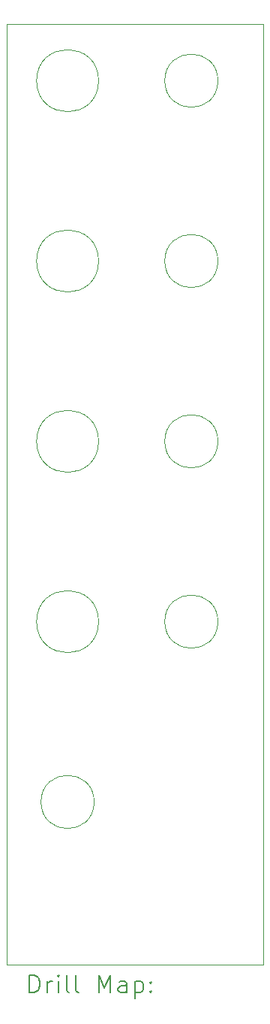
<source format=gbr>
%TF.GenerationSoftware,KiCad,Pcbnew,8.0.1-8.0.1-1~ubuntu22.04.1*%
%TF.CreationDate,2024-04-12T07:50:30+02:00*%
%TF.ProjectId,HagiwoEurorackMixer_PCBOnly,48616769-776f-4457-9572-6f7261636b4d,rev?*%
%TF.SameCoordinates,Original*%
%TF.FileFunction,Drillmap*%
%TF.FilePolarity,Positive*%
%FSLAX45Y45*%
G04 Gerber Fmt 4.5, Leading zero omitted, Abs format (unit mm)*
G04 Created by KiCad (PCBNEW 8.0.1-8.0.1-1~ubuntu22.04.1) date 2024-04-12 07:50:30*
%MOMM*%
%LPD*%
G01*
G04 APERTURE LIST*
%ADD10C,0.100000*%
%ADD11C,0.050000*%
%ADD12C,0.200000*%
G04 APERTURE END LIST*
D10*
X9289000Y-11412000D02*
G75*
G02*
X8689000Y-11412000I-300000J0D01*
G01*
X8689000Y-11412000D02*
G75*
G02*
X9289000Y-11412000I300000J0D01*
G01*
X7942000Y-11412000D02*
G75*
G02*
X7242000Y-11412000I-350000J0D01*
G01*
X7242000Y-11412000D02*
G75*
G02*
X7942000Y-11412000I350000J0D01*
G01*
X7892000Y-13444000D02*
G75*
G02*
X7292000Y-13444000I-300000J0D01*
G01*
X7292000Y-13444000D02*
G75*
G02*
X7892000Y-13444000I300000J0D01*
G01*
X7892000Y-13444000D02*
G75*
G02*
X7292000Y-13444000I-300000J0D01*
G01*
X7292000Y-13444000D02*
G75*
G02*
X7892000Y-13444000I300000J0D01*
G01*
X9289000Y-5316000D02*
G75*
G02*
X8689000Y-5316000I-300000J0D01*
G01*
X8689000Y-5316000D02*
G75*
G02*
X9289000Y-5316000I300000J0D01*
G01*
X7942000Y-5316000D02*
G75*
G02*
X7242000Y-5316000I-350000J0D01*
G01*
X7242000Y-5316000D02*
G75*
G02*
X7942000Y-5316000I350000J0D01*
G01*
X7942000Y-5316000D02*
G75*
G02*
X7242000Y-5316000I-350000J0D01*
G01*
X7242000Y-5316000D02*
G75*
G02*
X7942000Y-5316000I350000J0D01*
G01*
D11*
X6904000Y-4681000D02*
X9804000Y-4681000D01*
X9804000Y-15281000D01*
X6904000Y-15281000D01*
X6904000Y-4681000D01*
D10*
X9289000Y-7348000D02*
G75*
G02*
X8689000Y-7348000I-300000J0D01*
G01*
X8689000Y-7348000D02*
G75*
G02*
X9289000Y-7348000I300000J0D01*
G01*
X7942000Y-9380000D02*
G75*
G02*
X7242000Y-9380000I-350000J0D01*
G01*
X7242000Y-9380000D02*
G75*
G02*
X7942000Y-9380000I350000J0D01*
G01*
X7942000Y-7348000D02*
G75*
G02*
X7242000Y-7348000I-350000J0D01*
G01*
X7242000Y-7348000D02*
G75*
G02*
X7942000Y-7348000I350000J0D01*
G01*
X9289000Y-9380000D02*
G75*
G02*
X8689000Y-9380000I-300000J0D01*
G01*
X8689000Y-9380000D02*
G75*
G02*
X9289000Y-9380000I300000J0D01*
G01*
X9289000Y-11412000D02*
G75*
G02*
X8689000Y-11412000I-300000J0D01*
G01*
X8689000Y-11412000D02*
G75*
G02*
X9289000Y-11412000I300000J0D01*
G01*
X7942000Y-9380000D02*
G75*
G02*
X7242000Y-9380000I-350000J0D01*
G01*
X7242000Y-9380000D02*
G75*
G02*
X7942000Y-9380000I350000J0D01*
G01*
X7942000Y-7348000D02*
G75*
G02*
X7242000Y-7348000I-350000J0D01*
G01*
X7242000Y-7348000D02*
G75*
G02*
X7942000Y-7348000I350000J0D01*
G01*
X9289000Y-7348000D02*
G75*
G02*
X8689000Y-7348000I-300000J0D01*
G01*
X8689000Y-7348000D02*
G75*
G02*
X9289000Y-7348000I300000J0D01*
G01*
X9289000Y-9380000D02*
G75*
G02*
X8689000Y-9380000I-300000J0D01*
G01*
X8689000Y-9380000D02*
G75*
G02*
X9289000Y-9380000I300000J0D01*
G01*
X9289000Y-5316000D02*
G75*
G02*
X8689000Y-5316000I-300000J0D01*
G01*
X8689000Y-5316000D02*
G75*
G02*
X9289000Y-5316000I300000J0D01*
G01*
X7942000Y-11412000D02*
G75*
G02*
X7242000Y-11412000I-350000J0D01*
G01*
X7242000Y-11412000D02*
G75*
G02*
X7942000Y-11412000I350000J0D01*
G01*
D12*
X7162277Y-15594984D02*
X7162277Y-15394984D01*
X7162277Y-15394984D02*
X7209896Y-15394984D01*
X7209896Y-15394984D02*
X7238467Y-15404508D01*
X7238467Y-15404508D02*
X7257515Y-15423555D01*
X7257515Y-15423555D02*
X7267039Y-15442603D01*
X7267039Y-15442603D02*
X7276562Y-15480698D01*
X7276562Y-15480698D02*
X7276562Y-15509269D01*
X7276562Y-15509269D02*
X7267039Y-15547365D01*
X7267039Y-15547365D02*
X7257515Y-15566412D01*
X7257515Y-15566412D02*
X7238467Y-15585460D01*
X7238467Y-15585460D02*
X7209896Y-15594984D01*
X7209896Y-15594984D02*
X7162277Y-15594984D01*
X7362277Y-15594984D02*
X7362277Y-15461650D01*
X7362277Y-15499746D02*
X7371801Y-15480698D01*
X7371801Y-15480698D02*
X7381324Y-15471174D01*
X7381324Y-15471174D02*
X7400372Y-15461650D01*
X7400372Y-15461650D02*
X7419420Y-15461650D01*
X7486086Y-15594984D02*
X7486086Y-15461650D01*
X7486086Y-15394984D02*
X7476562Y-15404508D01*
X7476562Y-15404508D02*
X7486086Y-15414031D01*
X7486086Y-15414031D02*
X7495610Y-15404508D01*
X7495610Y-15404508D02*
X7486086Y-15394984D01*
X7486086Y-15394984D02*
X7486086Y-15414031D01*
X7609896Y-15594984D02*
X7590848Y-15585460D01*
X7590848Y-15585460D02*
X7581324Y-15566412D01*
X7581324Y-15566412D02*
X7581324Y-15394984D01*
X7714658Y-15594984D02*
X7695610Y-15585460D01*
X7695610Y-15585460D02*
X7686086Y-15566412D01*
X7686086Y-15566412D02*
X7686086Y-15394984D01*
X7943229Y-15594984D02*
X7943229Y-15394984D01*
X7943229Y-15394984D02*
X8009896Y-15537841D01*
X8009896Y-15537841D02*
X8076562Y-15394984D01*
X8076562Y-15394984D02*
X8076562Y-15594984D01*
X8257515Y-15594984D02*
X8257515Y-15490222D01*
X8257515Y-15490222D02*
X8247991Y-15471174D01*
X8247991Y-15471174D02*
X8228943Y-15461650D01*
X8228943Y-15461650D02*
X8190848Y-15461650D01*
X8190848Y-15461650D02*
X8171801Y-15471174D01*
X8257515Y-15585460D02*
X8238467Y-15594984D01*
X8238467Y-15594984D02*
X8190848Y-15594984D01*
X8190848Y-15594984D02*
X8171801Y-15585460D01*
X8171801Y-15585460D02*
X8162277Y-15566412D01*
X8162277Y-15566412D02*
X8162277Y-15547365D01*
X8162277Y-15547365D02*
X8171801Y-15528317D01*
X8171801Y-15528317D02*
X8190848Y-15518793D01*
X8190848Y-15518793D02*
X8238467Y-15518793D01*
X8238467Y-15518793D02*
X8257515Y-15509269D01*
X8352753Y-15461650D02*
X8352753Y-15661650D01*
X8352753Y-15471174D02*
X8371801Y-15461650D01*
X8371801Y-15461650D02*
X8409896Y-15461650D01*
X8409896Y-15461650D02*
X8428944Y-15471174D01*
X8428944Y-15471174D02*
X8438467Y-15480698D01*
X8438467Y-15480698D02*
X8447991Y-15499746D01*
X8447991Y-15499746D02*
X8447991Y-15556888D01*
X8447991Y-15556888D02*
X8438467Y-15575936D01*
X8438467Y-15575936D02*
X8428944Y-15585460D01*
X8428944Y-15585460D02*
X8409896Y-15594984D01*
X8409896Y-15594984D02*
X8371801Y-15594984D01*
X8371801Y-15594984D02*
X8352753Y-15585460D01*
X8533705Y-15575936D02*
X8543229Y-15585460D01*
X8543229Y-15585460D02*
X8533705Y-15594984D01*
X8533705Y-15594984D02*
X8524182Y-15585460D01*
X8524182Y-15585460D02*
X8533705Y-15575936D01*
X8533705Y-15575936D02*
X8533705Y-15594984D01*
X8533705Y-15471174D02*
X8543229Y-15480698D01*
X8543229Y-15480698D02*
X8533705Y-15490222D01*
X8533705Y-15490222D02*
X8524182Y-15480698D01*
X8524182Y-15480698D02*
X8533705Y-15471174D01*
X8533705Y-15471174D02*
X8533705Y-15490222D01*
M02*

</source>
